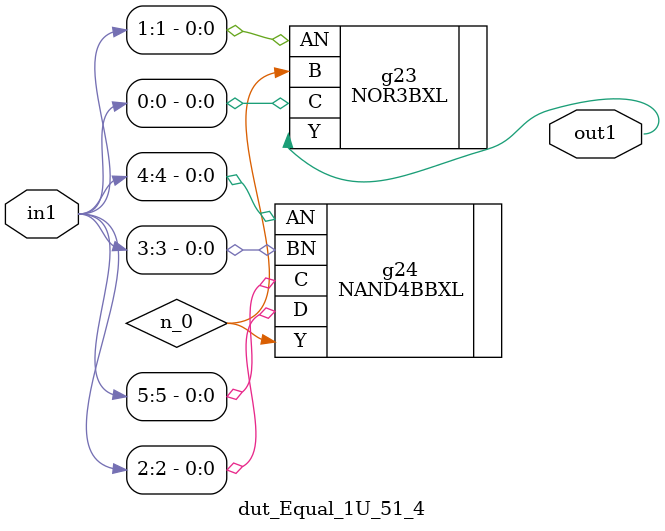
<source format=v>
`timescale 1ps / 1ps


module dut_Equal_1U_51_4(in1, out1);
  input [5:0] in1;
  output out1;
  wire [5:0] in1;
  wire out1;
  wire n_0;
  NOR3BXL g23(.AN (in1[1]), .B (n_0), .C (in1[0]), .Y (out1));
  NAND4BBXL g24(.AN (in1[4]), .BN (in1[3]), .C (in1[5]), .D (in1[2]),
       .Y (n_0));
endmodule



</source>
